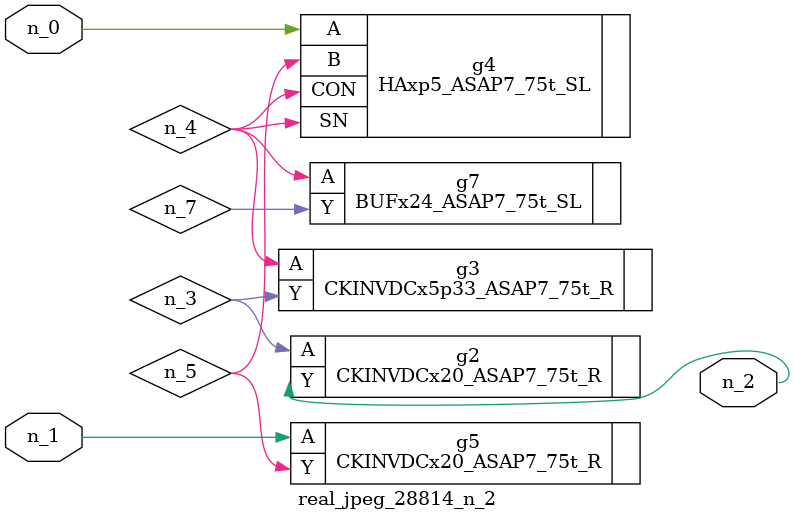
<source format=v>
module real_jpeg_28814_n_2 (n_1, n_0, n_2);

input n_1;
input n_0;

output n_2;

wire n_5;
wire n_4;
wire n_3;

HAxp5_ASAP7_75t_SL g4 ( 
.A(n_0),
.B(n_5),
.CON(n_4),
.SN(n_4)
);

CKINVDCx20_ASAP7_75t_R g5 ( 
.A(n_1),
.Y(n_5)
);

CKINVDCx20_ASAP7_75t_R g2 ( 
.A(n_3),
.Y(n_2)
);

CKINVDCx5p33_ASAP7_75t_R g3 ( 
.A(n_4),
.Y(n_3)
);

BUFx24_ASAP7_75t_SL g7 ( 
.A(n_4),
.Y(n_7)
);


endmodule
</source>
